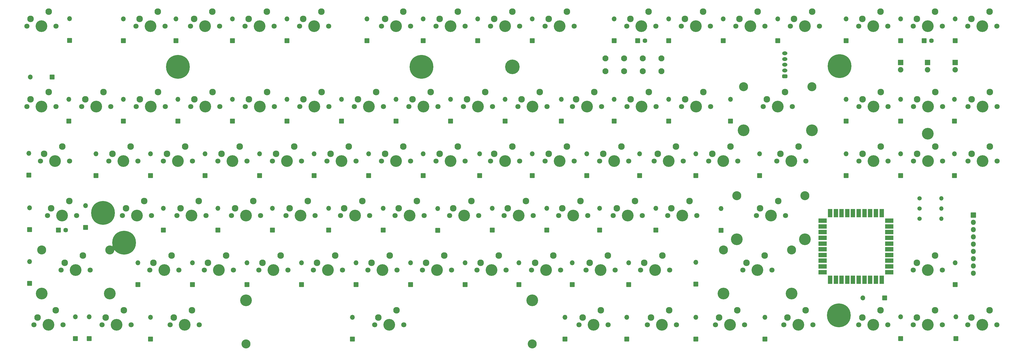
<source format=gts>
%TF.GenerationSoftware,KiCad,Pcbnew,(6.0.5)*%
%TF.CreationDate,2022-06-03T16:12:07-04:00*%
%TF.ProjectId,Rabid,52616269-642e-46b6-9963-61645f706362,rev?*%
%TF.SameCoordinates,Original*%
%TF.FileFunction,Soldermask,Top*%
%TF.FilePolarity,Negative*%
%FSLAX46Y46*%
G04 Gerber Fmt 4.6, Leading zero omitted, Abs format (unit mm)*
G04 Created by KiCad (PCBNEW (6.0.5)) date 2022-06-03 16:12:07*
%MOMM*%
%LPD*%
G01*
G04 APERTURE LIST*
G04 Aperture macros list*
%AMRoundRect*
0 Rectangle with rounded corners*
0 $1 Rounding radius*
0 $2 $3 $4 $5 $6 $7 $8 $9 X,Y pos of 4 corners*
0 Add a 4 corners polygon primitive as box body*
4,1,4,$2,$3,$4,$5,$6,$7,$8,$9,$2,$3,0*
0 Add four circle primitives for the rounded corners*
1,1,$1+$1,$2,$3*
1,1,$1+$1,$4,$5*
1,1,$1+$1,$6,$7*
1,1,$1+$1,$8,$9*
0 Add four rect primitives between the rounded corners*
20,1,$1+$1,$2,$3,$4,$5,0*
20,1,$1+$1,$4,$5,$6,$7,0*
20,1,$1+$1,$6,$7,$8,$9,0*
20,1,$1+$1,$8,$9,$2,$3,0*%
G04 Aperture macros list end*
%ADD10C,1.800000*%
%ADD11C,4.100000*%
%ADD12C,2.300000*%
%ADD13RoundRect,0.050000X0.800000X-0.800000X0.800000X0.800000X-0.800000X0.800000X-0.800000X-0.800000X0*%
%ADD14O,1.700000X1.700000*%
%ADD15RoundRect,0.050000X-1.400000X-0.750000X1.400000X-0.750000X1.400000X0.750000X-1.400000X0.750000X0*%
%ADD16C,1.450000*%
%ADD17O,1.450000X1.450000*%
%ADD18RoundRect,0.050000X-0.750000X1.400000X-0.750000X-1.400000X0.750000X-1.400000X0.750000X1.400000X0*%
%ADD19C,8.300000*%
%ADD20RoundRect,0.050000X-0.762000X-0.762000X0.762000X-0.762000X0.762000X0.762000X-0.762000X0.762000X0*%
%ADD21C,1.624000*%
%ADD22C,3.150000*%
%ADD23RoundRect,0.050000X-0.900000X0.900000X-0.900000X-0.900000X0.900000X-0.900000X0.900000X0.900000X0*%
%ADD24C,1.900000*%
%ADD25C,1.500000*%
%ADD26O,1.500000X1.500000*%
%ADD27RoundRect,0.050000X0.800000X0.800000X-0.800000X0.800000X-0.800000X-0.800000X0.800000X-0.800000X0*%
%ADD28C,5.100000*%
%ADD29RoundRect,0.050000X-0.850000X-0.850000X0.850000X-0.850000X0.850000X0.850000X-0.850000X0.850000X0*%
%ADD30O,1.800000X1.800000*%
%ADD31C,2.100000*%
%ADD32RoundRect,0.300000X0.625000X-0.350000X0.625000X0.350000X-0.625000X0.350000X-0.625000X-0.350000X0*%
%ADD33O,1.850000X1.300000*%
G04 APERTURE END LIST*
D10*
%TO.C,SW72*%
X259232400Y-189941200D03*
D11*
X264312400Y-189941200D03*
D10*
X269392400Y-189941200D03*
D12*
X266852400Y-184861200D03*
X260502400Y-187401200D03*
%TD*%
D13*
%TO.C,D13*%
X76200000Y-90678000D03*
D14*
X76200000Y-83058000D03*
%TD*%
D13*
%TO.C,D99*%
X366522000Y-137795000D03*
D14*
X366522000Y-130175000D03*
%TD*%
D15*
%TO.C,U1*%
X320455000Y-153560000D03*
D16*
X321105000Y-153560000D03*
D15*
X320455000Y-155560000D03*
D17*
X321105000Y-155560000D03*
X321105000Y-157560000D03*
D15*
X320455000Y-157560000D03*
X320455000Y-159560000D03*
D17*
X321105000Y-159560000D03*
D15*
X320455000Y-161560000D03*
D17*
X321105000Y-161560000D03*
X321105000Y-163560000D03*
D15*
X320455000Y-163560000D03*
D17*
X321105000Y-165560000D03*
D15*
X320455000Y-165560000D03*
D17*
X321105000Y-167560000D03*
D15*
X320455000Y-167560000D03*
D17*
X321105000Y-169560000D03*
D15*
X320455000Y-169560000D03*
D17*
X321105000Y-171560000D03*
D15*
X320455000Y-171560000D03*
D17*
X323105000Y-173560000D03*
D18*
X323105000Y-174210000D03*
X325105000Y-174210000D03*
D17*
X325105000Y-173560000D03*
D18*
X327105000Y-174210000D03*
D17*
X327105000Y-173560000D03*
X329105000Y-173560000D03*
D18*
X329105000Y-174210000D03*
X331105000Y-174210000D03*
D17*
X331105000Y-173560000D03*
D18*
X333105000Y-174210000D03*
D17*
X333105000Y-173560000D03*
D18*
X335105000Y-174210000D03*
D17*
X335105000Y-173560000D03*
D18*
X337105000Y-174210000D03*
D17*
X337105000Y-173560000D03*
X339105000Y-173560000D03*
D18*
X339105000Y-174210000D03*
D17*
X341105000Y-173560000D03*
D18*
X341105000Y-174210000D03*
D17*
X343105000Y-171560000D03*
D15*
X343755000Y-171560000D03*
D17*
X343105000Y-169560000D03*
D15*
X343755000Y-169560000D03*
D17*
X343105000Y-167560000D03*
D15*
X343755000Y-167560000D03*
X343755000Y-165560000D03*
D17*
X343105000Y-165560000D03*
X343105000Y-163560000D03*
D15*
X343755000Y-163560000D03*
X343755000Y-161560000D03*
D17*
X343105000Y-161560000D03*
D15*
X343755000Y-159560000D03*
D17*
X343105000Y-159560000D03*
X343105000Y-157560000D03*
D15*
X343755000Y-157560000D03*
D17*
X343105000Y-155560000D03*
D15*
X343755000Y-155560000D03*
X343755000Y-153560000D03*
D17*
X343105000Y-153560000D03*
D18*
X341105000Y-150910000D03*
D17*
X341105000Y-151560000D03*
D18*
X339105000Y-150910000D03*
D17*
X339105000Y-151560000D03*
X337105000Y-151560000D03*
D18*
X337105000Y-150910000D03*
X335105000Y-150910000D03*
D17*
X335105000Y-151560000D03*
D18*
X333105000Y-150910000D03*
D17*
X333105000Y-151560000D03*
D18*
X331105000Y-150910000D03*
D17*
X331105000Y-151560000D03*
D18*
X329105000Y-150910000D03*
D17*
X329105000Y-151560000D03*
X327105000Y-151560000D03*
D18*
X327105000Y-150910000D03*
D17*
X325105000Y-151560000D03*
D18*
X325105000Y-150910000D03*
D17*
X323105000Y-151560000D03*
D18*
X323105000Y-150910000D03*
%TD*%
D19*
%TO.C,H1*%
X95250000Y-99822000D03*
%TD*%
D11*
%TO.C,SW91*%
X357251000Y-85598000D03*
D10*
X362331000Y-85598000D03*
X352171000Y-85598000D03*
D12*
X359791000Y-80518000D03*
X353441000Y-83058000D03*
D20*
X355981000Y-90678000D03*
D21*
X358521000Y-90678000D03*
%TD*%
D10*
%TO.C,SW18*%
X92583000Y-189941200D03*
X102743000Y-189941200D03*
D11*
X97663000Y-189941200D03*
D12*
X100203000Y-184861200D03*
X93853000Y-187401200D03*
%TD*%
D13*
%TO.C,D102*%
X367030000Y-194818000D03*
D14*
X367030000Y-187198000D03*
%TD*%
D11*
%TO.C,SW4*%
X54762400Y-151790400D03*
D10*
X49682400Y-151790400D03*
X59842400Y-151790400D03*
D12*
X57302400Y-146710400D03*
X50952400Y-149250400D03*
D20*
X53492400Y-156870400D03*
D21*
X56032400Y-156870400D03*
%TD*%
D13*
%TO.C,D8*%
X57150000Y-118745000D03*
D14*
X57150000Y-111125000D03*
%TD*%
D10*
%TO.C,SW68*%
X252120400Y-113715800D03*
D11*
X257200400Y-113715800D03*
D10*
X262280400Y-113715800D03*
D12*
X259740400Y-108635800D03*
X253390400Y-111175800D03*
%TD*%
D10*
%TO.C,SW40*%
X171145200Y-151790400D03*
D11*
X176225200Y-151790400D03*
D10*
X181305200Y-151790400D03*
D12*
X178765200Y-146710400D03*
X172415200Y-149250400D03*
%TD*%
D10*
%TO.C,SW59*%
X247980200Y-170815000D03*
X237820200Y-170815000D03*
D11*
X242900200Y-170815000D03*
D12*
X245440200Y-165735000D03*
X239090200Y-168275000D03*
%TD*%
D11*
%TO.C,SW17*%
X109550200Y-170815000D03*
D10*
X114630200Y-170815000D03*
X104470200Y-170815000D03*
D12*
X112090200Y-165735000D03*
X105740200Y-168275000D03*
%TD*%
D13*
%TO.C,D34*%
X147955000Y-156845000D03*
D14*
X147955000Y-149225000D03*
%TD*%
D13*
%TO.C,D5*%
X43434000Y-175514000D03*
D14*
X43434000Y-167894000D03*
%TD*%
D13*
%TO.C,D29*%
X138430000Y-175895000D03*
D14*
X138430000Y-168275000D03*
%TD*%
D13*
%TO.C,D42*%
X156210000Y-194945000D03*
D14*
X156210000Y-187325000D03*
%TD*%
D10*
%TO.C,SW99*%
X381431800Y-132715000D03*
X371271800Y-132715000D03*
D11*
X376351800Y-132715000D03*
D12*
X378891800Y-127635000D03*
X372541800Y-130175000D03*
%TD*%
D10*
%TO.C,SW5*%
X64643000Y-170815000D03*
D11*
X47663000Y-179055000D03*
D22*
X71463000Y-163815000D03*
D11*
X71463000Y-179055000D03*
D22*
X47663000Y-163815000D03*
D11*
X59563000Y-170815000D03*
D10*
X54483000Y-170815000D03*
D12*
X62103000Y-165735000D03*
X55753000Y-168275000D03*
%TD*%
D19*
%TO.C,H6*%
X76454000Y-161290000D03*
%TD*%
D11*
%TO.C,SW35*%
X166700200Y-170815000D03*
D10*
X161620200Y-170815000D03*
X171780200Y-170815000D03*
D12*
X169240200Y-165735000D03*
X162890200Y-168275000D03*
%TD*%
D10*
%TO.C,SW58*%
X228295200Y-151790400D03*
X238455200Y-151790400D03*
D11*
X233375200Y-151790400D03*
D12*
X235915200Y-146710400D03*
X229565200Y-149250400D03*
%TD*%
D10*
%TO.C,SW25*%
X118745000Y-85598000D03*
X128905000Y-85598000D03*
D11*
X123825000Y-85598000D03*
D12*
X126365000Y-80518000D03*
X120015000Y-83058000D03*
%TD*%
D13*
%TO.C,D49*%
X200025000Y-90678000D03*
D14*
X200025000Y-83058000D03*
%TD*%
D11*
%TO.C,H8*%
X357251000Y-123190000D03*
%TD*%
D13*
%TO.C,D67*%
X266700000Y-90678000D03*
D14*
X266700000Y-83058000D03*
%TD*%
D13*
%TO.C,D15*%
X85725000Y-137795000D03*
D14*
X85725000Y-130175000D03*
%TD*%
D11*
%TO.C,SW46*%
X195275200Y-151790400D03*
D10*
X190195200Y-151790400D03*
X200355200Y-151790400D03*
D12*
X197815200Y-146710400D03*
X191465200Y-149250400D03*
%TD*%
D23*
%TO.C,D104*%
X347726000Y-98293000D03*
D24*
X347726000Y-100833000D03*
%TD*%
D11*
%TO.C,SW2*%
X47625000Y-113715800D03*
D10*
X52705000Y-113715800D03*
X42545000Y-113715800D03*
D12*
X50165000Y-108635800D03*
X43815000Y-111175800D03*
%TD*%
D10*
%TO.C,SW19*%
X99695000Y-85598000D03*
D11*
X104775000Y-85598000D03*
D10*
X109855000Y-85598000D03*
D12*
X107315000Y-80518000D03*
X100965000Y-83058000D03*
%TD*%
D13*
%TO.C,D27*%
X123825000Y-137795000D03*
D14*
X123825000Y-130175000D03*
%TD*%
D10*
%TO.C,SW11*%
X85420200Y-170815000D03*
D11*
X90500200Y-170815000D03*
D10*
X95580200Y-170815000D03*
D12*
X93040200Y-165735000D03*
X86690200Y-168275000D03*
%TD*%
D13*
%TO.C,D44*%
X171450000Y-118745000D03*
D14*
X171450000Y-111125000D03*
%TD*%
D13*
%TO.C,D28*%
X128270000Y-156845000D03*
D14*
X128270000Y-149225000D03*
%TD*%
D10*
%TO.C,SW75*%
X280720800Y-132715000D03*
X290880800Y-132715000D03*
D11*
X285800800Y-132715000D03*
D12*
X288340800Y-127635000D03*
X281990800Y-130175000D03*
%TD*%
D10*
%TO.C,SW80*%
X299745400Y-113715800D03*
D22*
X292925400Y-106715800D03*
D11*
X292925400Y-121955800D03*
D22*
X316725400Y-106715800D03*
D11*
X304825400Y-113715800D03*
D10*
X309905400Y-113715800D03*
D11*
X316725400Y-121955800D03*
D12*
X307365400Y-108635800D03*
X301015400Y-111175800D03*
%TD*%
D13*
%TO.C,D41*%
X176530000Y-175895000D03*
D14*
X176530000Y-168275000D03*
%TD*%
D13*
%TO.C,D62*%
X229235000Y-118745000D03*
D14*
X229235000Y-111125000D03*
%TD*%
D25*
%TO.C,R1*%
X354330000Y-152908000D03*
D26*
X361950000Y-152908000D03*
%TD*%
D13*
%TO.C,D64*%
X242570000Y-156845000D03*
D14*
X242570000Y-149225000D03*
%TD*%
D13*
%TO.C,D65*%
X252730000Y-175895000D03*
D14*
X252730000Y-168275000D03*
%TD*%
D13*
%TO.C,D50*%
X190500000Y-118745000D03*
D14*
X190500000Y-111125000D03*
%TD*%
D19*
%TO.C,H5*%
X69088000Y-150876000D03*
%TD*%
D13*
%TO.C,D61*%
X247650000Y-90678000D03*
D14*
X247650000Y-83058000D03*
%TD*%
D11*
%TO.C,SW32*%
X142900400Y-113715800D03*
D10*
X137820400Y-113715800D03*
X147980400Y-113715800D03*
D12*
X145440400Y-108635800D03*
X139090400Y-111175800D03*
%TD*%
D27*
%TO.C,D90*%
X342138000Y-180594000D03*
D14*
X334518000Y-180594000D03*
%TD*%
D10*
%TO.C,SW27*%
X128320800Y-132715000D03*
D11*
X133400800Y-132715000D03*
D10*
X138480800Y-132715000D03*
D12*
X135940800Y-127635000D03*
X129590800Y-130175000D03*
%TD*%
D13*
%TO.C,D80*%
X288290000Y-118745000D03*
D14*
X288290000Y-111125000D03*
%TD*%
D19*
%TO.C,H4*%
X326390000Y-99568000D03*
%TD*%
D13*
%TO.C,D81*%
X298450000Y-137795000D03*
D14*
X298450000Y-130175000D03*
%TD*%
D13*
%TO.C,D22*%
X109220000Y-156845000D03*
D14*
X109220000Y-149225000D03*
%TD*%
D13*
%TO.C,D68*%
X247650000Y-118745000D03*
D14*
X247650000Y-111125000D03*
%TD*%
D13*
%TO.C,D31*%
X133350000Y-90678000D03*
D14*
X133350000Y-83058000D03*
%TD*%
D11*
%TO.C,SW62*%
X238150400Y-113715800D03*
D10*
X233070400Y-113715800D03*
X243230400Y-113715800D03*
D12*
X240690400Y-108635800D03*
X234340400Y-111175800D03*
%TD*%
D13*
%TO.C,D52*%
X205105000Y-156845000D03*
D14*
X205105000Y-149225000D03*
%TD*%
D11*
%TO.C,SW76*%
X314312400Y-160030400D03*
X302412400Y-151790400D03*
X290512400Y-160030400D03*
D22*
X314312400Y-144790400D03*
X290512400Y-144790400D03*
D10*
X307492400Y-151790400D03*
X297332400Y-151790400D03*
D12*
X304952400Y-146710400D03*
X298602400Y-149250400D03*
%TD*%
D13*
%TO.C,D9*%
X66675000Y-137795000D03*
D14*
X66675000Y-130175000D03*
%TD*%
D11*
%TO.C,SW70*%
X271475200Y-151790400D03*
D10*
X266395200Y-151790400D03*
X276555200Y-151790400D03*
D12*
X274015200Y-146710400D03*
X267665200Y-149250400D03*
%TD*%
D11*
%TO.C,SW61*%
X257175000Y-85598000D03*
D10*
X262255000Y-85598000D03*
X252095000Y-85598000D03*
D12*
X259715000Y-80518000D03*
X253365000Y-83058000D03*
D20*
X255905000Y-90678000D03*
D21*
X258445000Y-90678000D03*
%TD*%
D13*
%TO.C,D39*%
X161925000Y-137795000D03*
D14*
X161925000Y-130175000D03*
%TD*%
D13*
%TO.C,D32*%
X133350000Y-118745000D03*
D14*
X133350000Y-111125000D03*
%TD*%
D11*
%TO.C,SW96*%
X357251000Y-189941200D03*
D10*
X352171000Y-189941200D03*
X362331000Y-189941200D03*
D12*
X359791000Y-184861200D03*
X353441000Y-187401200D03*
%TD*%
D11*
%TO.C,SW90*%
X338201000Y-189941200D03*
D10*
X333121000Y-189941200D03*
X343281000Y-189941200D03*
D12*
X340741000Y-184861200D03*
X334391000Y-187401200D03*
%TD*%
D13*
%TO.C,D40*%
X167005000Y-156845000D03*
D14*
X167005000Y-149225000D03*
%TD*%
D10*
%TO.C,SW6*%
X55118000Y-189941200D03*
D11*
X50038000Y-189941200D03*
D10*
X44958000Y-189941200D03*
D12*
X52578000Y-184861200D03*
X46228000Y-187401200D03*
%TD*%
D10*
%TO.C,SW1*%
X52705000Y-85598000D03*
X42545000Y-85598000D03*
D11*
X47625000Y-85598000D03*
D12*
X50165000Y-80518000D03*
X43815000Y-83058000D03*
%TD*%
D13*
%TO.C,D18*%
X85725000Y-194945000D03*
D14*
X85725000Y-187325000D03*
%TD*%
D13*
%TO.C,D59*%
X233045000Y-175895000D03*
D14*
X233045000Y-168275000D03*
%TD*%
D13*
%TO.C,D72*%
X252095000Y-194945000D03*
D14*
X252095000Y-187325000D03*
%TD*%
D10*
%TO.C,SW63*%
X252780800Y-132715000D03*
D11*
X247700800Y-132715000D03*
D10*
X242620800Y-132715000D03*
D12*
X250240800Y-127635000D03*
X243890800Y-130175000D03*
%TD*%
D10*
%TO.C,SW52*%
X219405200Y-151790400D03*
X209245200Y-151790400D03*
D11*
X214325200Y-151790400D03*
D12*
X216865200Y-146710400D03*
X210515200Y-149250400D03*
%TD*%
D13*
%TO.C,D97*%
X366776000Y-90678000D03*
D14*
X366776000Y-83058000D03*
%TD*%
D13*
%TO.C,D45*%
X180975000Y-137795000D03*
D14*
X180975000Y-130175000D03*
%TD*%
D25*
%TO.C,R3*%
X354330000Y-145796000D03*
D26*
X361950000Y-145796000D03*
%TD*%
D19*
%TO.C,H2*%
X180340000Y-99822000D03*
%TD*%
D10*
%TO.C,SW95*%
X362331000Y-170815000D03*
X352171000Y-170815000D03*
D11*
X357251000Y-170815000D03*
D12*
X359791000Y-165735000D03*
X353441000Y-168275000D03*
%TD*%
D10*
%TO.C,SW45*%
X185470800Y-132715000D03*
D11*
X190550800Y-132715000D03*
D10*
X195630800Y-132715000D03*
D12*
X193090800Y-127635000D03*
X186740800Y-130175000D03*
%TD*%
D27*
%TO.C,D2*%
X51308000Y-103378000D03*
D14*
X43688000Y-103378000D03*
%TD*%
D19*
%TO.C,H7*%
X326136000Y-186690000D03*
%TD*%
D13*
%TO.C,D92*%
X347726000Y-118745000D03*
D14*
X347726000Y-111125000D03*
%TD*%
D13*
%TO.C,D20*%
X95250000Y-118745000D03*
D14*
X95250000Y-111125000D03*
%TD*%
D10*
%TO.C,SW64*%
X257505200Y-151790400D03*
X247345200Y-151790400D03*
D11*
X252425200Y-151790400D03*
D12*
X254965200Y-146710400D03*
X248615200Y-149250400D03*
%TD*%
D10*
%TO.C,SW41*%
X190830200Y-170815000D03*
X180670200Y-170815000D03*
D11*
X185750200Y-170815000D03*
D12*
X188290200Y-165735000D03*
X181940200Y-168275000D03*
%TD*%
D10*
%TO.C,SW69*%
X271830800Y-132715000D03*
X261670800Y-132715000D03*
D11*
X266750800Y-132715000D03*
D12*
X269290800Y-127635000D03*
X262940800Y-130175000D03*
%TD*%
D10*
%TO.C,SW53*%
X218770200Y-170815000D03*
D11*
X223850200Y-170815000D03*
D10*
X228930200Y-170815000D03*
D12*
X226390200Y-165735000D03*
X220040200Y-168275000D03*
%TD*%
D11*
%TO.C,SW78*%
X288163000Y-189941200D03*
D10*
X283083000Y-189941200D03*
X293243000Y-189941200D03*
D12*
X290703000Y-184861200D03*
X284353000Y-187401200D03*
%TD*%
D13*
%TO.C,D69*%
X256540000Y-137795000D03*
D14*
X256540000Y-130175000D03*
%TD*%
D13*
%TO.C,D47*%
X195580000Y-175895000D03*
D14*
X195580000Y-168275000D03*
%TD*%
D10*
%TO.C,SW79*%
X319405000Y-85598000D03*
D11*
X314325000Y-85598000D03*
D10*
X309245000Y-85598000D03*
D12*
X316865000Y-80518000D03*
X310515000Y-83058000D03*
%TD*%
D10*
%TO.C,SW26*%
X128930400Y-113715800D03*
X118770400Y-113715800D03*
D11*
X123850400Y-113715800D03*
D12*
X126390400Y-108635800D03*
X120040400Y-111175800D03*
%TD*%
D10*
%TO.C,SW21*%
X119430800Y-132715000D03*
D11*
X114350800Y-132715000D03*
D10*
X109270800Y-132715000D03*
D12*
X116890800Y-127635000D03*
X110540800Y-130175000D03*
%TD*%
D10*
%TO.C,SW56*%
X214020400Y-113715800D03*
X224180400Y-113715800D03*
D11*
X219100400Y-113715800D03*
D12*
X221640400Y-108635800D03*
X215290400Y-111175800D03*
%TD*%
D13*
%TO.C,D58*%
X224155000Y-156845000D03*
D14*
X224155000Y-149225000D03*
%TD*%
D13*
%TO.C,D23*%
X119380000Y-175895000D03*
D14*
X119380000Y-168275000D03*
%TD*%
D23*
%TO.C,D106*%
X366776000Y-98298000D03*
D24*
X366776000Y-100838000D03*
%TD*%
D13*
%TO.C,D33*%
X142875000Y-137795000D03*
D14*
X142875000Y-130175000D03*
%TD*%
D13*
%TO.C,D96*%
X347726000Y-194818000D03*
D14*
X347726000Y-187198000D03*
%TD*%
D13*
%TO.C,D86*%
X328676000Y-118745000D03*
D14*
X328676000Y-111125000D03*
%TD*%
D10*
%TO.C,SW66*%
X235356400Y-189941200D03*
X245516400Y-189941200D03*
D11*
X240436400Y-189941200D03*
D12*
X242976400Y-184861200D03*
X236626400Y-187401200D03*
%TD*%
D13*
%TO.C,D16*%
X90170000Y-156845000D03*
D14*
X90170000Y-149225000D03*
%TD*%
D11*
%TO.C,SW85*%
X338201000Y-85598000D03*
D10*
X343281000Y-85598000D03*
X333121000Y-85598000D03*
D12*
X340741000Y-80518000D03*
X334391000Y-83058000D03*
%TD*%
D13*
%TO.C,D3*%
X43180000Y-137668000D03*
D14*
X43180000Y-130048000D03*
%TD*%
D13*
%TO.C,D76*%
X284988000Y-156972000D03*
D14*
X284988000Y-149352000D03*
%TD*%
D13*
%TO.C,D85*%
X328676000Y-90678000D03*
D14*
X328676000Y-83058000D03*
%TD*%
D13*
%TO.C,D74*%
X266700000Y-118745000D03*
D14*
X266700000Y-111125000D03*
%TD*%
D13*
%TO.C,D25*%
X114300000Y-90678000D03*
D14*
X114300000Y-83058000D03*
%TD*%
D13*
%TO.C,D93*%
X347726000Y-137795000D03*
D14*
X347726000Y-130175000D03*
%TD*%
D10*
%TO.C,SW73*%
X300355000Y-85598000D03*
D11*
X295275000Y-85598000D03*
D10*
X290195000Y-85598000D03*
D12*
X297815000Y-80518000D03*
X291465000Y-83058000D03*
%TD*%
D11*
%TO.C,SW20*%
X104800400Y-113715800D03*
D10*
X109880400Y-113715800D03*
X99720400Y-113715800D03*
D12*
X107340400Y-108635800D03*
X100990400Y-111175800D03*
%TD*%
D13*
%TO.C,D53*%
X214376000Y-175895000D03*
D14*
X214376000Y-168275000D03*
%TD*%
D10*
%TO.C,SW43*%
X195580000Y-85598000D03*
D11*
X190500000Y-85598000D03*
D10*
X185420000Y-85598000D03*
D12*
X193040000Y-80518000D03*
X186690000Y-83058000D03*
%TD*%
D13*
%TO.C,D37*%
X161290000Y-90678000D03*
D14*
X161290000Y-83058000D03*
%TD*%
D10*
%TO.C,SW29*%
X152730200Y-170815000D03*
D11*
X147650200Y-170815000D03*
D10*
X142570200Y-170815000D03*
D12*
X150190200Y-165735000D03*
X143840200Y-168275000D03*
%TD*%
D13*
%TO.C,D91*%
X347726000Y-90678000D03*
D14*
X347726000Y-83058000D03*
%TD*%
D13*
%TO.C,D12*%
X64262000Y-194818000D03*
D14*
X64262000Y-187198000D03*
%TD*%
D13*
%TO.C,D35*%
X157480000Y-175895000D03*
D14*
X157480000Y-168275000D03*
%TD*%
D13*
%TO.C,D17*%
X100330000Y-175895000D03*
D14*
X100330000Y-168275000D03*
%TD*%
D13*
%TO.C,D87*%
X328676000Y-137795000D03*
D14*
X328676000Y-130175000D03*
%TD*%
D13*
%TO.C,D55*%
X219075000Y-90678000D03*
D14*
X219075000Y-83058000D03*
%TD*%
D25*
%TO.C,R2*%
X354330000Y-149352000D03*
D26*
X361950000Y-149352000D03*
%TD*%
D10*
%TO.C,SW31*%
X137795000Y-85598000D03*
D11*
X142875000Y-85598000D03*
D10*
X147955000Y-85598000D03*
D12*
X145415000Y-80518000D03*
X139065000Y-83058000D03*
%TD*%
D13*
%TO.C,D66*%
X230505000Y-194945000D03*
D14*
X230505000Y-187325000D03*
%TD*%
D10*
%TO.C,SW74*%
X281330400Y-113715800D03*
X271170400Y-113715800D03*
D11*
X276250400Y-113715800D03*
D12*
X278790400Y-108635800D03*
X272440400Y-111175800D03*
%TD*%
D10*
%TO.C,SW3*%
X47294800Y-132715000D03*
D11*
X52374800Y-132715000D03*
D10*
X57454800Y-132715000D03*
D12*
X54914800Y-127635000D03*
X48564800Y-130175000D03*
%TD*%
D13*
%TO.C,D1*%
X57404000Y-90551000D03*
D14*
X57404000Y-82931000D03*
%TD*%
D10*
%TO.C,SW87*%
X343331800Y-132715000D03*
X333171800Y-132715000D03*
D11*
X338251800Y-132715000D03*
D12*
X340791800Y-127635000D03*
X334441800Y-130175000D03*
%TD*%
D11*
%TO.C,SW23*%
X128600200Y-170815000D03*
D10*
X133680200Y-170815000D03*
X123520200Y-170815000D03*
D12*
X131140200Y-165735000D03*
X124790200Y-168275000D03*
%TD*%
D10*
%TO.C,SW98*%
X371246400Y-113715800D03*
X381406400Y-113715800D03*
D11*
X376326400Y-113715800D03*
D12*
X378866400Y-108635800D03*
X372516400Y-111175800D03*
%TD*%
D11*
%TO.C,SW44*%
X181000400Y-113715800D03*
D10*
X175920400Y-113715800D03*
X186080400Y-113715800D03*
D12*
X183540400Y-108635800D03*
X177190400Y-111175800D03*
%TD*%
D13*
%TO.C,D43*%
X180975000Y-90678000D03*
D14*
X180975000Y-83058000D03*
%TD*%
D10*
%TO.C,SW86*%
X343306400Y-113715800D03*
X333146400Y-113715800D03*
D11*
X338226400Y-113715800D03*
D12*
X340766400Y-108635800D03*
X334416400Y-111175800D03*
%TD*%
D10*
%TO.C,SW51*%
X204520800Y-132715000D03*
X214680800Y-132715000D03*
D11*
X209600800Y-132715000D03*
D12*
X212140800Y-127635000D03*
X205790800Y-130175000D03*
%TD*%
D13*
%TO.C,D19*%
X94615000Y-90678000D03*
D14*
X94615000Y-83058000D03*
%TD*%
D10*
%TO.C,SW14*%
X80670400Y-113715800D03*
D11*
X85750400Y-113715800D03*
D10*
X90830400Y-113715800D03*
D12*
X88290400Y-108635800D03*
X81940400Y-111175800D03*
%TD*%
D10*
%TO.C,SW84*%
X317119000Y-189941200D03*
X306959000Y-189941200D03*
D11*
X312039000Y-189941200D03*
D12*
X314579000Y-184861200D03*
X308229000Y-187401200D03*
%TD*%
D10*
%TO.C,SW65*%
X267030200Y-170815000D03*
D11*
X261950200Y-170815000D03*
D10*
X256870200Y-170815000D03*
D12*
X264490200Y-165735000D03*
X258140200Y-168275000D03*
%TD*%
D13*
%TO.C,D70*%
X262255000Y-156845000D03*
D14*
X262255000Y-149225000D03*
%TD*%
D10*
%TO.C,SW97*%
X381381000Y-85598000D03*
D11*
X376301000Y-85598000D03*
D10*
X371221000Y-85598000D03*
D12*
X378841000Y-80518000D03*
X372491000Y-83058000D03*
%TD*%
D10*
%TO.C,SW38*%
X167030400Y-113715800D03*
X156870400Y-113715800D03*
D11*
X161950400Y-113715800D03*
D12*
X164490400Y-108635800D03*
X158140400Y-111175800D03*
%TD*%
D13*
%TO.C,D11*%
X81280000Y-175895000D03*
D14*
X81280000Y-168275000D03*
%TD*%
D10*
%TO.C,SW102*%
X371221000Y-189941200D03*
D11*
X376301000Y-189941200D03*
D10*
X381381000Y-189941200D03*
D12*
X378841000Y-184861200D03*
X372491000Y-187401200D03*
%TD*%
D10*
%TO.C,SW34*%
X152095200Y-151790400D03*
X162255200Y-151790400D03*
D11*
X157175200Y-151790400D03*
D12*
X159715200Y-146710400D03*
X153365200Y-149250400D03*
%TD*%
D10*
%TO.C,SW37*%
X176530000Y-85598000D03*
D11*
X171450000Y-85598000D03*
D10*
X166370000Y-85598000D03*
D12*
X173990000Y-80518000D03*
X167640000Y-83058000D03*
%TD*%
D22*
%TO.C,SW42*%
X219087800Y-196672200D03*
X119049800Y-196672200D03*
D11*
X219087800Y-181416200D03*
X169087800Y-189941200D03*
D10*
X174167800Y-189941200D03*
X164007800Y-189941200D03*
D11*
X119087800Y-181416200D03*
D12*
X171627800Y-184861200D03*
X165277800Y-187401200D03*
%TD*%
D13*
%TO.C,D14*%
X76200000Y-118745000D03*
D14*
X76200000Y-111125000D03*
%TD*%
D13*
%TO.C,D10*%
X62992000Y-155956000D03*
D14*
X62992000Y-148336000D03*
%TD*%
D10*
%TO.C,SW33*%
X147370800Y-132715000D03*
D11*
X152450800Y-132715000D03*
D10*
X157530800Y-132715000D03*
D12*
X154990800Y-127635000D03*
X148640800Y-130175000D03*
%TD*%
D10*
%TO.C,SW8*%
X71780400Y-113715800D03*
X61620400Y-113715800D03*
D11*
X66700400Y-113715800D03*
D12*
X69240400Y-108635800D03*
X62890400Y-111175800D03*
%TD*%
D13*
%TO.C,D98*%
X366522000Y-118745000D03*
D14*
X366522000Y-111125000D03*
%TD*%
D11*
%TO.C,SW16*%
X100025200Y-151790400D03*
D10*
X94945200Y-151790400D03*
X105105200Y-151790400D03*
D12*
X102565200Y-146710400D03*
X96215200Y-149250400D03*
%TD*%
D11*
%TO.C,SW47*%
X204800200Y-170815000D03*
D10*
X199720200Y-170815000D03*
X209880200Y-170815000D03*
D12*
X207340200Y-165735000D03*
X200990200Y-168275000D03*
%TD*%
D13*
%TO.C,D73*%
X285750000Y-90678000D03*
D14*
X285750000Y-83058000D03*
%TD*%
D11*
%TO.C,SW13*%
X85725000Y-85598000D03*
D10*
X90805000Y-85598000D03*
X80645000Y-85598000D03*
D12*
X88265000Y-80518000D03*
X81915000Y-83058000D03*
%TD*%
D13*
%TO.C,D84*%
X300355000Y-194945000D03*
D14*
X300355000Y-187325000D03*
%TD*%
D13*
%TO.C,D57*%
X219075000Y-137795000D03*
D14*
X219075000Y-130175000D03*
%TD*%
D13*
%TO.C,D95*%
X366776000Y-175895000D03*
D14*
X366776000Y-168275000D03*
%TD*%
D11*
%TO.C,SW50*%
X200050400Y-113715800D03*
D10*
X205130400Y-113715800D03*
X194970400Y-113715800D03*
D12*
X202590400Y-108635800D03*
X196240400Y-111175800D03*
%TD*%
D13*
%TO.C,D46*%
X186055000Y-156972000D03*
D14*
X186055000Y-149352000D03*
%TD*%
D13*
%TO.C,D38*%
X152400000Y-118745000D03*
D14*
X152400000Y-111125000D03*
%TD*%
D10*
%TO.C,SW71*%
X292658800Y-170815000D03*
D11*
X309638800Y-179055000D03*
D22*
X309638800Y-163815000D03*
X285838800Y-163815000D03*
D11*
X285838800Y-179055000D03*
D10*
X302818800Y-170815000D03*
D11*
X297738800Y-170815000D03*
D12*
X300278800Y-165735000D03*
X293928800Y-168275000D03*
%TD*%
D28*
%TO.C,H3*%
X212090000Y-99822000D03*
%TD*%
D13*
%TO.C,D71*%
X276225000Y-175768000D03*
D14*
X276225000Y-168148000D03*
%TD*%
D10*
%TO.C,SW67*%
X271145000Y-85598000D03*
D11*
X276225000Y-85598000D03*
D10*
X281305000Y-85598000D03*
D12*
X278765000Y-80518000D03*
X272415000Y-83058000D03*
%TD*%
D10*
%TO.C,SW15*%
X90220800Y-132715000D03*
D11*
X95300800Y-132715000D03*
D10*
X100380800Y-132715000D03*
D12*
X97840800Y-127635000D03*
X91490800Y-130175000D03*
%TD*%
D13*
%TO.C,D6*%
X59436000Y-194818000D03*
D14*
X59436000Y-187198000D03*
%TD*%
D13*
%TO.C,D56*%
X209550000Y-118745000D03*
D14*
X209550000Y-111125000D03*
%TD*%
D10*
%TO.C,SW10*%
X75895200Y-151790400D03*
D11*
X80975200Y-151790400D03*
D10*
X86055200Y-151790400D03*
D12*
X83515200Y-146710400D03*
X77165200Y-149250400D03*
%TD*%
D10*
%TO.C,SW55*%
X223520000Y-85598000D03*
D11*
X228600000Y-85598000D03*
D10*
X233680000Y-85598000D03*
D12*
X231140000Y-80518000D03*
X224790000Y-83058000D03*
%TD*%
D13*
%TO.C,D63*%
X238125000Y-137795000D03*
D14*
X238125000Y-130175000D03*
%TD*%
D11*
%TO.C,SW28*%
X138125200Y-151790400D03*
D10*
X143205200Y-151790400D03*
X133045200Y-151790400D03*
D12*
X140665200Y-146710400D03*
X134315200Y-149250400D03*
%TD*%
D10*
%TO.C,SW12*%
X68783200Y-189941200D03*
X78943200Y-189941200D03*
D11*
X73863200Y-189941200D03*
D12*
X76403200Y-184861200D03*
X70053200Y-187401200D03*
%TD*%
D11*
%TO.C,SW92*%
X357276400Y-113715800D03*
D10*
X352196400Y-113715800D03*
X362356400Y-113715800D03*
D12*
X359816400Y-108635800D03*
X353466400Y-111175800D03*
%TD*%
D10*
%TO.C,SW9*%
X71170800Y-132715000D03*
X81330800Y-132715000D03*
D11*
X76250800Y-132715000D03*
D12*
X78790800Y-127635000D03*
X72440800Y-130175000D03*
%TD*%
D10*
%TO.C,SW57*%
X223570800Y-132715000D03*
X233730800Y-132715000D03*
D11*
X228650800Y-132715000D03*
D12*
X231190800Y-127635000D03*
X224840800Y-130175000D03*
%TD*%
D11*
%TO.C,SW49*%
X209550000Y-85598000D03*
D10*
X214630000Y-85598000D03*
X204470000Y-85598000D03*
D12*
X212090000Y-80518000D03*
X205740000Y-83058000D03*
%TD*%
D13*
%TO.C,D51*%
X200660000Y-137795000D03*
D14*
X200660000Y-130175000D03*
%TD*%
D13*
%TO.C,D79*%
X304800000Y-90678000D03*
D14*
X304800000Y-83058000D03*
%TD*%
D11*
%TO.C,SW22*%
X119075200Y-151790400D03*
D10*
X124155200Y-151790400D03*
X113995200Y-151790400D03*
D12*
X121615200Y-146710400D03*
X115265200Y-149250400D03*
%TD*%
D29*
%TO.C,J3*%
X373126000Y-151638000D03*
D30*
X373126000Y-154178000D03*
X373126000Y-156718000D03*
X373126000Y-159258000D03*
X373126000Y-161798000D03*
X373126000Y-164338000D03*
X373126000Y-166878000D03*
X373126000Y-169418000D03*
X373126000Y-171958000D03*
%TD*%
D11*
%TO.C,SW93*%
X357301800Y-132715000D03*
D10*
X352221800Y-132715000D03*
X362381800Y-132715000D03*
D12*
X359841800Y-127635000D03*
X353491800Y-130175000D03*
%TD*%
D23*
%TO.C,D108*%
X357124000Y-98298000D03*
D24*
X357124000Y-100838000D03*
%TD*%
D13*
%TO.C,D78*%
X276225000Y-194945000D03*
D14*
X276225000Y-187325000D03*
%TD*%
D10*
%TO.C,SW39*%
X176580800Y-132715000D03*
D11*
X171500800Y-132715000D03*
D10*
X166420800Y-132715000D03*
D12*
X174040800Y-127635000D03*
X167690800Y-130175000D03*
%TD*%
D13*
%TO.C,D4*%
X43434000Y-156718000D03*
D14*
X43434000Y-149098000D03*
%TD*%
D13*
%TO.C,D26*%
X114300000Y-118745000D03*
D14*
X114300000Y-111125000D03*
%TD*%
D13*
%TO.C,D21*%
X104775000Y-137795000D03*
D14*
X104775000Y-130175000D03*
%TD*%
D13*
%TO.C,D75*%
X276225000Y-137795000D03*
D14*
X276225000Y-130175000D03*
%TD*%
D11*
%TO.C,SW81*%
X309575200Y-132715000D03*
D10*
X314655200Y-132715000D03*
X304495200Y-132715000D03*
D12*
X312115200Y-127635000D03*
X305765200Y-130175000D03*
%TD*%
D31*
%TO.C,SW103*%
X244654000Y-96810000D03*
X251154000Y-96810000D03*
X244654000Y-101310000D03*
X251154000Y-101310000D03*
%TD*%
D32*
%TO.C,J1*%
X307250000Y-103060000D03*
D33*
X307250000Y-101060000D03*
X307250000Y-99060000D03*
X307250000Y-97060000D03*
X307250000Y-95060000D03*
%TD*%
D31*
%TO.C,SW104*%
X264160000Y-96810000D03*
X257660000Y-96810000D03*
X257660000Y-101310000D03*
X264160000Y-101310000D03*
%TD*%
G36*
X73024077Y-163616265D02*
G01*
X73203240Y-163866518D01*
X73245681Y-163914998D01*
X73246069Y-163916960D01*
X73244564Y-163918277D01*
X73243031Y-163917955D01*
X73190309Y-163881125D01*
X73119975Y-163878413D01*
X73059367Y-163914140D01*
X73026588Y-163983847D01*
X73024946Y-163984989D01*
X73023136Y-163984138D01*
X73022784Y-163982839D01*
X73035994Y-163815000D01*
X73020457Y-163617586D01*
X73021318Y-163615781D01*
X73023312Y-163615624D01*
X73024077Y-163616265D01*
G37*
G36*
X72406229Y-162175571D02*
G01*
X72466689Y-162433344D01*
X72549126Y-162675501D01*
X72548738Y-162677463D01*
X72546845Y-162678108D01*
X72545934Y-162677667D01*
X72387580Y-162542419D01*
X72219340Y-162439322D01*
X72218386Y-162437565D01*
X72219431Y-162435859D01*
X72221270Y-162435823D01*
X72252887Y-162451415D01*
X72322520Y-162463550D01*
X72387384Y-162436230D01*
X72427198Y-162378151D01*
X72430777Y-162313827D01*
X72402324Y-162176434D01*
X72402952Y-162174535D01*
X72404910Y-162174129D01*
X72406229Y-162175571D01*
G37*
M02*

</source>
